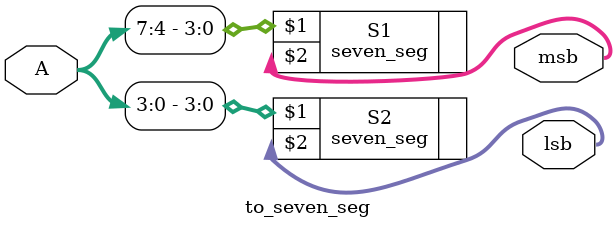
<source format=v>
`timescale 1ns / 1ps

module to_seven_seg(A, msb, lsb
    );
    input [7:0] A;
    output wire [6:0] msb, lsb;
//    always @(A) begin
//    msb = A[7:4];
//    lsb = A[3:0];
//    end
    seven_seg S1(A[7:4], msb);
    seven_seg S2(A[3:0], lsb);    
endmodule

</source>
